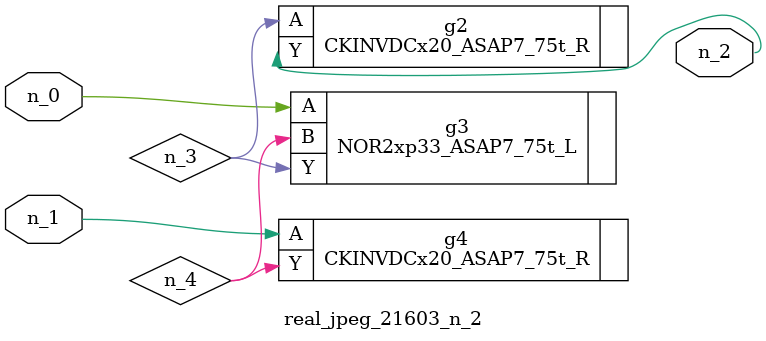
<source format=v>
module real_jpeg_21603_n_2 (n_1, n_0, n_2);

input n_1;
input n_0;

output n_2;

wire n_4;
wire n_3;

NOR2xp33_ASAP7_75t_L g3 ( 
.A(n_0),
.B(n_4),
.Y(n_3)
);

CKINVDCx20_ASAP7_75t_R g4 ( 
.A(n_1),
.Y(n_4)
);

CKINVDCx20_ASAP7_75t_R g2 ( 
.A(n_3),
.Y(n_2)
);


endmodule
</source>
